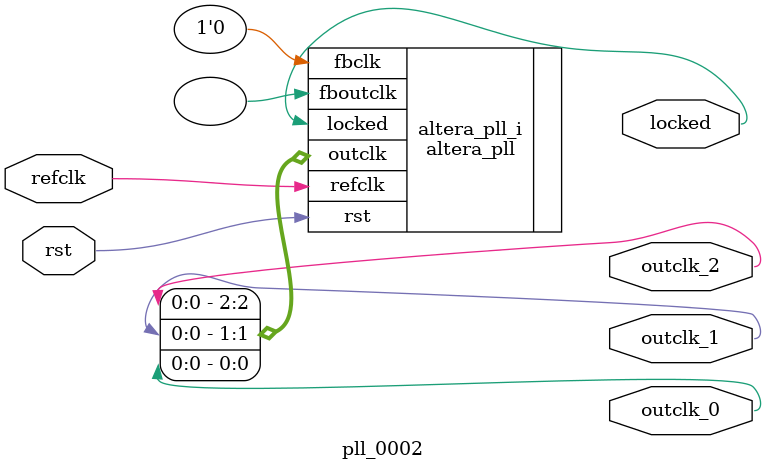
<source format=v>
`timescale 1ns/10ps
module  pll_0002(

	// interface 'refclk'
	input wire refclk,

	// interface 'reset'
	input wire rst,

	// interface 'outclk0'
	output wire outclk_0,

	// interface 'outclk1'
	output wire outclk_1,

	// interface 'outclk2'
	output wire outclk_2,

	// interface 'locked'
	output wire locked
);

	altera_pll #(
		.fractional_vco_multiplier("true"),
		.reference_clock_frequency("50.0 MHz"),
		.operation_mode("direct"),
		.number_of_clocks(3),
		.output_clock_frequency0("21.477000 MHz"),
		.phase_shift0("0 ps"),
		.duty_cycle0(50),
		.output_clock_frequency1("85.908000 MHz"),
		.phase_shift1("0 ps"),
		.duty_cycle1(50),
		.output_clock_frequency2("85.908000 MHz"),
		.phase_shift2("8730 ps"),
		.duty_cycle2(50),
		.output_clock_frequency3("0 MHz"),
		.phase_shift3("0 ps"),
		.duty_cycle3(50),
		.output_clock_frequency4("0 MHz"),
		.phase_shift4("0 ps"),
		.duty_cycle4(50),
		.output_clock_frequency5("0 MHz"),
		.phase_shift5("0 ps"),
		.duty_cycle5(50),
		.output_clock_frequency6("0 MHz"),
		.phase_shift6("0 ps"),
		.duty_cycle6(50),
		.output_clock_frequency7("0 MHz"),
		.phase_shift7("0 ps"),
		.duty_cycle7(50),
		.output_clock_frequency8("0 MHz"),
		.phase_shift8("0 ps"),
		.duty_cycle8(50),
		.output_clock_frequency9("0 MHz"),
		.phase_shift9("0 ps"),
		.duty_cycle9(50),
		.output_clock_frequency10("0 MHz"),
		.phase_shift10("0 ps"),
		.duty_cycle10(50),
		.output_clock_frequency11("0 MHz"),
		.phase_shift11("0 ps"),
		.duty_cycle11(50),
		.output_clock_frequency12("0 MHz"),
		.phase_shift12("0 ps"),
		.duty_cycle12(50),
		.output_clock_frequency13("0 MHz"),
		.phase_shift13("0 ps"),
		.duty_cycle13(50),
		.output_clock_frequency14("0 MHz"),
		.phase_shift14("0 ps"),
		.duty_cycle14(50),
		.output_clock_frequency15("0 MHz"),
		.phase_shift15("0 ps"),
		.duty_cycle15(50),
		.output_clock_frequency16("0 MHz"),
		.phase_shift16("0 ps"),
		.duty_cycle16(50),
		.output_clock_frequency17("0 MHz"),
		.phase_shift17("0 ps"),
		.duty_cycle17(50),
		.pll_type("General"),
		.pll_subtype("General")
	) altera_pll_i (
		.rst	(rst),
		.outclk	({outclk_2, outclk_1, outclk_0}),
		.locked	(locked),
		.fboutclk	( ),
		.fbclk	(1'b0),
		.refclk	(refclk)
	);
endmodule


</source>
